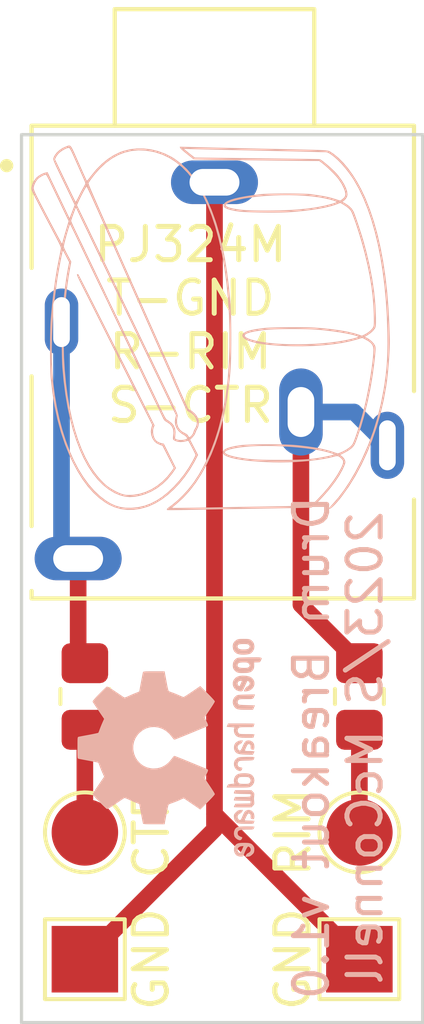
<source format=kicad_pcb>
(kicad_pcb (version 20211014) (generator pcbnew)
  (layers (0 "F.Cu" signal) (31 "B.Cu" signal) (34 "B.Paste" user) (35 "F.Paste" user) (36 "B.SilkS" user "B.Silkscreen") (37 "F.SilkS" user "F.Silkscreen") (38 "B.Mask" user) (39 "F.Mask" user) (44 "Edge.Cuts" user))
  (net 0 "")
  (net 1 "Earth")
  (net 2 "Net-(R2-Pad1)")
  (net 3 "Net-(R1-Pad1)")
  (net 4 "Net-(R1-Pad2)")
  (net 5 "Net-(R2-Pad2)")
  (footprint "Resistor_SMD:R_0805_2012Metric_Pad1.20x1.40mm_HandSolder" (layer "F.Cu") (at 137.795 99.425 -90)
    (fp_text reference "R2" hide)
    (fp_text value "R_US" hide)
    (pad "1" smd roundrect (at -1 0 270) (size 1.2 1.4) (layers "F.Cu" "F.Paste" "F.Mask") (roundrect_rratio 0.2083333333) (net 2 "Net-(R2-Pad1)"))
    (pad "2" smd roundrect (at 1 0 270) (size 1.2 1.4) (layers "F.Cu" "F.Paste" "F.Mask") (roundrect_rratio 0.2083333333) (net 5 "Net-(R2-Pad2)"))
  )
  (footprint "OneDrive Footprints:WENZHOU_PJ324M" (layer "F.Cu") (at 133.4375 89.38)
    (fp_text reference "J2" hide)
    (fp_text value "PJ324M" hide)
    (pad "1" thru_hole oval locked (at 0 -5.4) (size 2.616 1.308) (drill oval 1.5 0.8) (layers *.Cu *.Mask) (net 1 "Earth"))
    (pad "2" thru_hole oval locked (at 5.2 2.5) (size 1.008 2.016) (drill oval 0.5 1.5) (layers *.Cu *.Mask) (net 2 "Net-(R2-Pad1)"))
    (pad "3" thru_hole oval locked (at 2.6 1.5) (size 1.308 2.616) (drill oval 0.8 1.5) (layers *.Cu *.Mask) (net 2 "Net-(R2-Pad1)"))
    (pad "4" thru_hole oval locked (at -4.1 5.9) (size 2.616 1.308) (drill oval 1.5 0.8) (layers *.Cu *.Mask) (net 3 "Net-(R1-Pad1)"))
    (pad "5" thru_hole oval locked (at -4.6 -1.2) (size 1.008 2.016) (drill oval 0.5 1.5) (layers *.Cu *.Mask) (net 3 "Net-(R1-Pad1)"))
  )
  (footprint "TestPoint:TestPoint_Pad_D2.0mm" (layer "F.Cu") (at 129.54 103.505 -90)
    (fp_text reference "CTR" (at 0 -1.998 90) (layer "F.SilkS"))
    (fp_text value "TestPoint" hide)
    (pad "1" smd circle (at 0 0 270) (size 2 2) (layers "F.Cu" "F.Mask") (net 4 "Net-(R1-Pad2)"))
  )
  (footprint "TestPoint:TestPoint_Pad_D2.0mm" (layer "F.Cu") (at 137.795 103.505 90)
    (fp_text reference "RIM" (at 0 -1.998 90) (layer "F.SilkS"))
    (fp_text value "TestPoint" hide)
    (pad "1" smd circle (at 0 0 90) (size 2 2) (layers "F.Cu" "F.Mask") (net 5 "Net-(R2-Pad2)"))
  )
  (footprint "TestPoint:TestPoint_Pad_2.0x2.0mm" (layer "F.Cu") (at 129.54 107.315 -90)
    (fp_text reference "GND" (at 0 -1.998 90) (layer "F.SilkS"))
    (fp_text value "TestPoint" hide)
    (pad "1" smd rect (at 0 0 270) (size 2 2) (layers "F.Cu" "F.Mask") (net 1 "Earth"))
  )
  (footprint "Resistor_SMD:R_0805_2012Metric_Pad1.20x1.40mm_HandSolder" (layer "F.Cu") (at 129.54 99.425 -90)
    (fp_text reference "R1" hide)
    (fp_text value "R_US" hide)
    (pad "1" smd roundrect (at -1 0 270) (size 1.2 1.4) (layers "F.Cu" "F.Paste" "F.Mask") (roundrect_rratio 0.2083333333) (net 3 "Net-(R1-Pad1)"))
    (pad "2" smd roundrect (at 1 0 270) (size 1.2 1.4) (layers "F.Cu" "F.Paste" "F.Mask") (roundrect_rratio 0.2083333333) (net 4 "Net-(R1-Pad2)"))
  )
  (footprint "TestPoint:TestPoint_Pad_2.0x2.0mm" (layer "F.Cu") (at 137.795 107.315 90)
    (fp_text reference "GND" (at 0 -1.998 90) (layer "F.SilkS"))
    (fp_text value "TestPoint" hide)
    (pad "1" smd rect (at 0 0 90) (size 2 2) (layers "F.Cu" "F.Mask") (net 1 "Earth"))
  )
  (footprint "OneDrive Footprints:gfx_drum" (layer "B.Cu") (at 133.35 88.265 -90)
    (fp_text reference "G***" hide)
    (fp_text value "LOGO" hide)
  )
  (footprint "Symbol:OSHW-Logo2_7.3x6mm_SilkScreen" (layer "B.Cu") (at 132.08 100.965 -90)
    (fp_text reference "REF**" hide)
    (fp_text value "OSHW-Logo2_7.3x6mm_SilkScreen" hide)
  )
  (gr_rect (start 127.635 82.55) (end 139.7 109.22) (layer "Edge.Cuts") (width 0.1) (fill none))
  (gr_text "Drum Breakout v1.0\n2023/S McConnell" (at 137.16 100.965 90) (layer "B.SilkS") (effects (font (size 1 1)) (justify mirror)))
  (gr_text "PJ324M\nT-GND\nR-RIM\nS-CTR" (at 132.715 88.265) (layer "F.SilkS") (effects (font (size 1 1))))
  (segment (start 137.795 107.315) (end 133.4375 102.9575) (width 0.5) (layer "F.Cu") (net 1))
  (segment (start 133.4375 103.4175) (end 129.54 107.315) (width 0.5) (layer "F.Cu") (net 1))
  (segment (start 133.4375 83.98) (end 133.4375 102.9575) (width 0.5) (layer "F.Cu") (net 1))
  (segment (start 133.4375 102.9575) (end 133.4375 103.4175) (width 0.5) (layer "F.Cu") (net 1))
  (segment (start 136.0375 90.88) (end 136.0375 96.6675) (width 0.5) (layer "F.Cu") (net 2))
  (segment (start 136.0375 96.6675) (end 137.795 98.425) (width 0.5) (layer "F.Cu") (net 2))
  (segment (start 136.0375 90.88) (end 137.6375 90.88) (width 0.5) (layer "B.Cu") (net 2))
  (segment (start 137.6375 90.88) (end 138.6375 91.88) (width 0.5) (layer "B.Cu") (net 2))
  (segment (start 129.3375 95.28) (end 129.3375 98.2225) (width 0.5) (layer "F.Cu") (net 3))
  (segment (start 129.3375 98.2225) (end 129.54 98.425) (width 0.5) (layer "F.Cu") (net 3))
  (segment (start 128.8375 88.18) (end 128.8375 94.78) (width 0.5) (layer "B.Cu") (net 3))
  (segment (start 128.8375 94.78) (end 129.3375 95.28) (width 0.25) (layer "B.Cu") (net 3))
  (segment (start 129.54 100.425) (end 129.54 103.505) (width 0.5) (layer "F.Cu") (net 4))
  (segment (start 137.795 100.425) (end 137.795 103.505) (width 0.5) (layer "F.Cu") (net 5))
)
</source>
